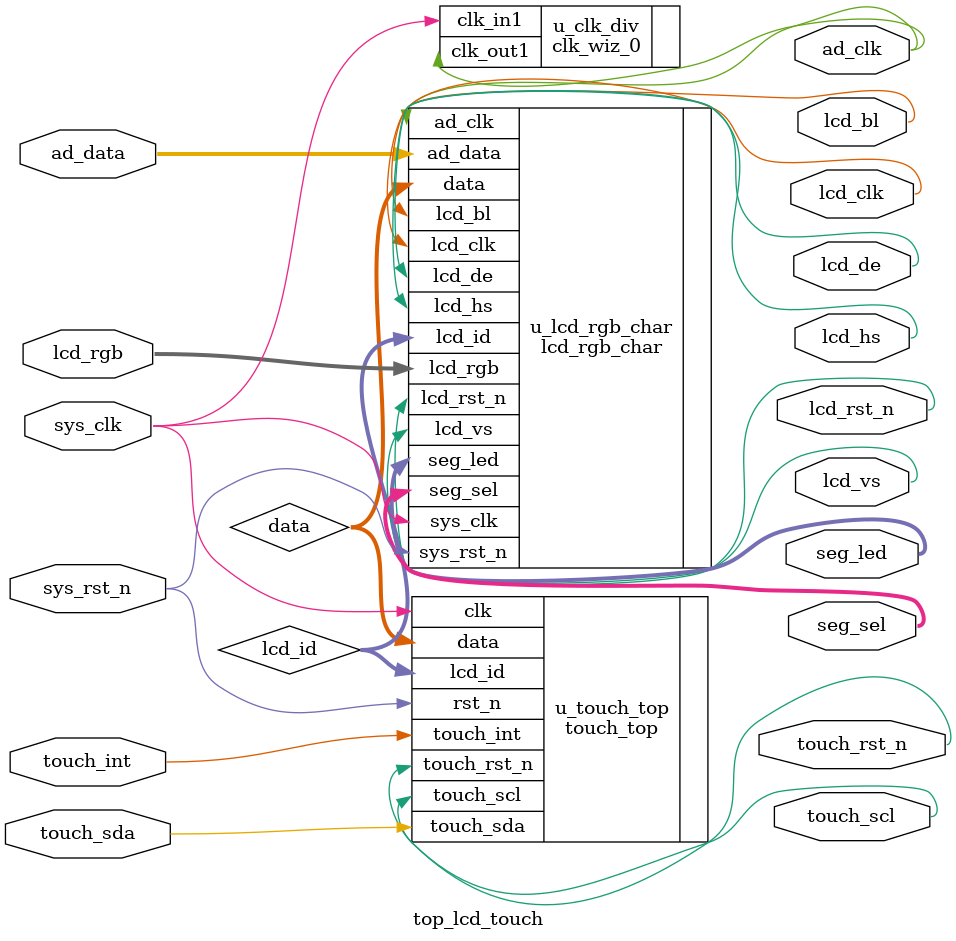
<source format=v>
module top_lcd_touch(
    //时钟和复位接�?
    input            sys_clk    ,  //系统时钟信号
    input            sys_rst_n  ,  //系统复位信号

    //output            ad_otr,
    output            ad_clk,
    input   [7:0]    ad_data,

	output [5:0] seg_sel,
	output [7:0] seg_led,

    //TOUCH 接口                  
    inout            touch_sda  ,  //TOUCH IIC数据
    output           touch_scl  ,  //TOUCH IIC时钟
    inout            touch_int  ,  //TOUCH INT信号
    output           touch_rst_n,  //TOUCH 复位信号
    //RGB LCD接口                 
    output           lcd_de     ,  //LCD 数据使能信号
    output           lcd_hs     ,  //LCD 行同步信�?
    output           lcd_vs     ,  //LCD 场同步信�?
    output           lcd_bl     ,  //LCD 背光控制信号
    output           lcd_clk    ,  //LCD 像素时钟
    output           lcd_rst_n  ,  //LCD 复位
    inout    [23:0]  lcd_rgb       //LCD RGB颜色数据
);

//wire define
wire  [15:0]  lcd_id     ;      //LCD屏ID
wire  [31:0]  data       ;      //触摸点坐�?


//*****************************************************
//**                    main code
//*****************************************************                                       
clk_wiz_0 u_clk_div( 
    .clk_out1(ad_clk),
    //.reset(sys_rst_n),
    .clk_in1(sys_clk)
  );
//触摸驱动顶层模块    
touch_top  u_touch_top(
    .clk            (sys_clk    ),
    .rst_n          (sys_rst_n  ),

    .touch_rst_n    (touch_rst_n),
    .touch_int      (touch_int  ),
    .touch_scl      (touch_scl  ),
    .touch_sda      (touch_sda  ),
    
    .lcd_id         (lcd_id     ),
    .data           (data       )
);
      
//例化LCD显示模块
lcd_rgb_char  u_lcd_rgb_char
(
   .sys_clk         (sys_clk  ),
   .sys_rst_n       (sys_rst_n),
   .ad_clk          (ad_clk  ),
   .ad_data         (ad_data  ),
   .data            (data     ),
	.seg_sel        (seg_sel),
    .seg_led        (seg_led),   
   //RGB LCD接口 
   .lcd_id          (lcd_id   ),
   .lcd_hs          (lcd_hs   ),
   .lcd_vs          (lcd_vs   ),
   .lcd_de          (lcd_de   ),
   .lcd_rgb         (lcd_rgb  ),
   .lcd_bl          (lcd_bl   ),
   .lcd_rst_n       (lcd_rst_n),
   .lcd_clk         (lcd_clk  )
);



endmodule 
</source>
